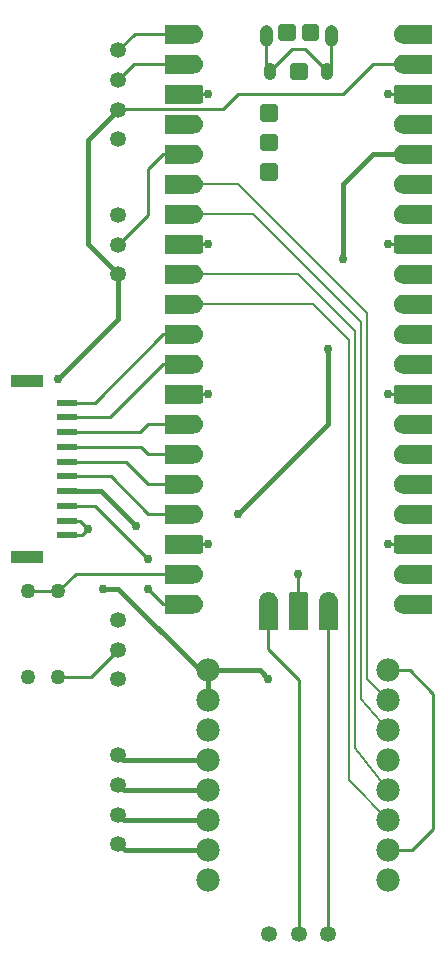
<source format=gbr>
G04 EAGLE Gerber RS-274X export*
G75*
%MOMM*%
%FSLAX34Y34*%
%LPD*%
%INTop Copper*%
%IPPOS*%
%AMOC8*
5,1,8,0,0,1.08239X$1,22.5*%
G01*
G04 Define Apertures*
%ADD10C,1.348000*%
%ADD11C,1.260000*%
%ADD12R,1.000000X1.000000*%
%ADD13C,0.600000*%
%ADD14C,1.100000*%
%ADD15C,1.050000*%
%ADD16C,1.980000*%
%ADD17R,1.701800X0.609600*%
%ADD18R,2.794000X1.092200*%
%ADD19C,0.254000*%
%ADD20C,0.406400*%
%ADD21C,0.756400*%
%ADD22C,0.152400*%
G36*
X-82369Y-84181D02*
X-82897Y-84250D01*
X-112950Y-84250D01*
X-112950Y-68150D01*
X-82897Y-68150D01*
X-82369Y-68219D01*
X-81875Y-68424D01*
X-81450Y-68750D01*
X-81124Y-69175D01*
X-80919Y-69669D01*
X-80850Y-70197D01*
X-80850Y-82203D01*
X-80919Y-82731D01*
X-81124Y-83225D01*
X-81450Y-83650D01*
X-81875Y-83976D01*
X-82369Y-84181D01*
G37*
G36*
X-82369Y-84181D02*
X-82897Y-84250D01*
X-112950Y-84250D01*
X-112950Y-68150D01*
X-82897Y-68150D01*
X-82369Y-68219D01*
X-81875Y-68424D01*
X-81450Y-68750D01*
X-81124Y-69175D01*
X-80919Y-69669D01*
X-80850Y-70197D01*
X-80850Y-82203D01*
X-80919Y-82731D01*
X-81124Y-83225D01*
X-81450Y-83650D01*
X-81875Y-83976D01*
X-82369Y-84181D01*
G37*
G36*
X-82369Y42819D02*
X-82897Y42750D01*
X-112950Y42750D01*
X-112950Y58850D01*
X-82897Y58850D01*
X-82369Y58781D01*
X-81875Y58576D01*
X-81450Y58250D01*
X-81124Y57825D01*
X-80919Y57331D01*
X-80850Y56803D01*
X-80850Y44797D01*
X-80919Y44269D01*
X-81124Y43775D01*
X-81450Y43350D01*
X-81875Y43024D01*
X-82369Y42819D01*
G37*
G36*
X-82369Y42819D02*
X-82897Y42750D01*
X-112950Y42750D01*
X-112950Y58850D01*
X-82897Y58850D01*
X-82369Y58781D01*
X-81875Y58576D01*
X-81450Y58250D01*
X-81124Y57825D01*
X-80919Y57331D01*
X-80850Y56803D01*
X-80850Y44797D01*
X-80919Y44269D01*
X-81124Y43775D01*
X-81450Y43350D01*
X-81875Y43024D01*
X-82369Y42819D01*
G37*
G36*
X-82369Y169819D02*
X-82897Y169750D01*
X-112950Y169750D01*
X-112950Y185850D01*
X-82897Y185850D01*
X-82369Y185781D01*
X-81875Y185576D01*
X-81450Y185250D01*
X-81124Y184825D01*
X-80919Y184331D01*
X-80850Y183803D01*
X-80850Y171797D01*
X-80919Y171269D01*
X-81124Y170775D01*
X-81450Y170350D01*
X-81875Y170024D01*
X-82369Y169819D01*
G37*
G36*
X-82369Y169819D02*
X-82897Y169750D01*
X-112950Y169750D01*
X-112950Y185850D01*
X-82897Y185850D01*
X-82369Y185781D01*
X-81875Y185576D01*
X-81450Y185250D01*
X-81124Y184825D01*
X-80919Y184331D01*
X-80850Y183803D01*
X-80850Y171797D01*
X-80919Y171269D01*
X-81124Y170775D01*
X-81450Y170350D01*
X-81875Y170024D01*
X-82369Y169819D01*
G37*
G36*
X-82369Y296819D02*
X-82897Y296750D01*
X-112950Y296750D01*
X-112950Y312850D01*
X-82897Y312850D01*
X-82369Y312781D01*
X-81875Y312576D01*
X-81450Y312250D01*
X-81124Y311825D01*
X-80919Y311331D01*
X-80850Y310803D01*
X-80850Y298797D01*
X-80919Y298269D01*
X-81124Y297775D01*
X-81450Y297350D01*
X-81875Y297024D01*
X-82369Y296819D01*
G37*
G36*
X-82369Y296819D02*
X-82897Y296750D01*
X-112950Y296750D01*
X-112950Y312850D01*
X-82897Y312850D01*
X-82369Y312781D01*
X-81875Y312576D01*
X-81450Y312250D01*
X-81124Y311825D01*
X-80919Y311331D01*
X-80850Y310803D01*
X-80850Y298797D01*
X-80919Y298269D01*
X-81124Y297775D01*
X-81450Y297350D01*
X-81875Y297024D01*
X-82369Y296819D01*
G37*
G36*
X8050Y-118697D02*
X8050Y-148750D01*
X-8050Y-148750D01*
X-8050Y-118697D01*
X-7981Y-118169D01*
X-7776Y-117675D01*
X-7450Y-117250D01*
X-7025Y-116924D01*
X-6531Y-116719D01*
X-6003Y-116650D01*
X6003Y-116650D01*
X6531Y-116719D01*
X7025Y-116924D01*
X7450Y-117250D01*
X7776Y-117675D01*
X7981Y-118169D01*
X8050Y-118697D01*
G37*
G36*
X8050Y-118697D02*
X8050Y-148750D01*
X-8050Y-148750D01*
X-8050Y-118697D01*
X-7981Y-118169D01*
X-7776Y-117675D01*
X-7450Y-117250D01*
X-7025Y-116924D01*
X-6531Y-116719D01*
X-6003Y-116650D01*
X6003Y-116650D01*
X6531Y-116719D01*
X7025Y-116924D01*
X7450Y-117250D01*
X7776Y-117675D01*
X7981Y-118169D01*
X8050Y-118697D01*
G37*
G36*
X112950Y-68150D02*
X112950Y-84250D01*
X82897Y-84250D01*
X82369Y-84181D01*
X81875Y-83976D01*
X81450Y-83650D01*
X81124Y-83225D01*
X80919Y-82731D01*
X80850Y-82203D01*
X80850Y-70197D01*
X80919Y-69669D01*
X81124Y-69175D01*
X81450Y-68750D01*
X81875Y-68424D01*
X82369Y-68219D01*
X82897Y-68150D01*
X112950Y-68150D01*
G37*
G36*
X112950Y-68150D02*
X112950Y-84250D01*
X82897Y-84250D01*
X82369Y-84181D01*
X81875Y-83976D01*
X81450Y-83650D01*
X81124Y-83225D01*
X80919Y-82731D01*
X80850Y-82203D01*
X80850Y-70197D01*
X80919Y-69669D01*
X81124Y-69175D01*
X81450Y-68750D01*
X81875Y-68424D01*
X82369Y-68219D01*
X82897Y-68150D01*
X112950Y-68150D01*
G37*
G36*
X112950Y58850D02*
X112950Y42750D01*
X82897Y42750D01*
X82369Y42819D01*
X81875Y43024D01*
X81450Y43350D01*
X81124Y43775D01*
X80919Y44269D01*
X80850Y44797D01*
X80850Y56803D01*
X80919Y57331D01*
X81124Y57825D01*
X81450Y58250D01*
X81875Y58576D01*
X82369Y58781D01*
X82897Y58850D01*
X112950Y58850D01*
G37*
G36*
X112950Y58850D02*
X112950Y42750D01*
X82897Y42750D01*
X82369Y42819D01*
X81875Y43024D01*
X81450Y43350D01*
X81124Y43775D01*
X80919Y44269D01*
X80850Y44797D01*
X80850Y56803D01*
X80919Y57331D01*
X81124Y57825D01*
X81450Y58250D01*
X81875Y58576D01*
X82369Y58781D01*
X82897Y58850D01*
X112950Y58850D01*
G37*
G36*
X112950Y185850D02*
X112950Y169750D01*
X82897Y169750D01*
X82369Y169819D01*
X81875Y170024D01*
X81450Y170350D01*
X81124Y170775D01*
X80919Y171269D01*
X80850Y171797D01*
X80850Y183803D01*
X80919Y184331D01*
X81124Y184825D01*
X81450Y185250D01*
X81875Y185576D01*
X82369Y185781D01*
X82897Y185850D01*
X112950Y185850D01*
G37*
G36*
X112950Y185850D02*
X112950Y169750D01*
X82897Y169750D01*
X82369Y169819D01*
X81875Y170024D01*
X81450Y170350D01*
X81124Y170775D01*
X80919Y171269D01*
X80850Y171797D01*
X80850Y183803D01*
X80919Y184331D01*
X81124Y184825D01*
X81450Y185250D01*
X81875Y185576D01*
X82369Y185781D01*
X82897Y185850D01*
X112950Y185850D01*
G37*
G36*
X112950Y312850D02*
X112950Y296750D01*
X82897Y296750D01*
X82369Y296819D01*
X81875Y297024D01*
X81450Y297350D01*
X81124Y297775D01*
X80919Y298269D01*
X80850Y298797D01*
X80850Y310803D01*
X80919Y311331D01*
X81124Y311825D01*
X81450Y312250D01*
X81875Y312576D01*
X82369Y312781D01*
X82897Y312850D01*
X112950Y312850D01*
G37*
G36*
X112950Y312850D02*
X112950Y296750D01*
X82897Y296750D01*
X82369Y296819D01*
X81875Y297024D01*
X81450Y297350D01*
X81124Y297775D01*
X80919Y298269D01*
X80850Y298797D01*
X80850Y310803D01*
X80919Y311331D01*
X81124Y311825D01*
X81450Y312250D01*
X81875Y312576D01*
X82369Y312781D01*
X82897Y312850D01*
X112950Y312850D01*
G37*
G36*
X-87329Y-134896D02*
X-88898Y-135050D01*
X-112950Y-135050D01*
X-112950Y-118950D01*
X-88898Y-118950D01*
X-87329Y-119104D01*
X-85819Y-119563D01*
X-84428Y-120306D01*
X-83208Y-121308D01*
X-82206Y-122528D01*
X-81463Y-123919D01*
X-81004Y-125429D01*
X-80850Y-127000D01*
X-81004Y-128571D01*
X-81463Y-130081D01*
X-82206Y-131472D01*
X-83208Y-132692D01*
X-84428Y-133694D01*
X-85819Y-134437D01*
X-87329Y-134896D01*
G37*
G36*
X-87329Y-134896D02*
X-88898Y-135050D01*
X-112950Y-135050D01*
X-112950Y-118950D01*
X-88898Y-118950D01*
X-87329Y-119104D01*
X-85819Y-119563D01*
X-84428Y-120306D01*
X-83208Y-121308D01*
X-82206Y-122528D01*
X-81463Y-123919D01*
X-81004Y-125429D01*
X-80850Y-127000D01*
X-81004Y-128571D01*
X-81463Y-130081D01*
X-82206Y-131472D01*
X-83208Y-132692D01*
X-84428Y-133694D01*
X-85819Y-134437D01*
X-87329Y-134896D01*
G37*
G36*
X-87329Y-109496D02*
X-88898Y-109650D01*
X-112950Y-109650D01*
X-112950Y-93550D01*
X-88898Y-93550D01*
X-87329Y-93704D01*
X-85819Y-94163D01*
X-84428Y-94906D01*
X-83208Y-95908D01*
X-82206Y-97128D01*
X-81463Y-98519D01*
X-81004Y-100029D01*
X-80850Y-101600D01*
X-81004Y-103171D01*
X-81463Y-104681D01*
X-82206Y-106072D01*
X-83208Y-107292D01*
X-84428Y-108294D01*
X-85819Y-109037D01*
X-87329Y-109496D01*
G37*
G36*
X-87329Y-109496D02*
X-88898Y-109650D01*
X-112950Y-109650D01*
X-112950Y-93550D01*
X-88898Y-93550D01*
X-87329Y-93704D01*
X-85819Y-94163D01*
X-84428Y-94906D01*
X-83208Y-95908D01*
X-82206Y-97128D01*
X-81463Y-98519D01*
X-81004Y-100029D01*
X-80850Y-101600D01*
X-81004Y-103171D01*
X-81463Y-104681D01*
X-82206Y-106072D01*
X-83208Y-107292D01*
X-84428Y-108294D01*
X-85819Y-109037D01*
X-87329Y-109496D01*
G37*
G36*
X-87329Y-58696D02*
X-88898Y-58850D01*
X-112950Y-58850D01*
X-112950Y-42750D01*
X-88898Y-42750D01*
X-87329Y-42904D01*
X-85819Y-43363D01*
X-84428Y-44106D01*
X-83208Y-45108D01*
X-82206Y-46328D01*
X-81463Y-47719D01*
X-81004Y-49229D01*
X-80850Y-50800D01*
X-81004Y-52371D01*
X-81463Y-53881D01*
X-82206Y-55272D01*
X-83208Y-56492D01*
X-84428Y-57494D01*
X-85819Y-58237D01*
X-87329Y-58696D01*
G37*
G36*
X-87329Y-58696D02*
X-88898Y-58850D01*
X-112950Y-58850D01*
X-112950Y-42750D01*
X-88898Y-42750D01*
X-87329Y-42904D01*
X-85819Y-43363D01*
X-84428Y-44106D01*
X-83208Y-45108D01*
X-82206Y-46328D01*
X-81463Y-47719D01*
X-81004Y-49229D01*
X-80850Y-50800D01*
X-81004Y-52371D01*
X-81463Y-53881D01*
X-82206Y-55272D01*
X-83208Y-56492D01*
X-84428Y-57494D01*
X-85819Y-58237D01*
X-87329Y-58696D01*
G37*
G36*
X-87329Y-33296D02*
X-88898Y-33450D01*
X-112950Y-33450D01*
X-112950Y-17350D01*
X-88898Y-17350D01*
X-87329Y-17504D01*
X-85819Y-17963D01*
X-84428Y-18706D01*
X-83208Y-19708D01*
X-82206Y-20928D01*
X-81463Y-22319D01*
X-81004Y-23829D01*
X-80850Y-25400D01*
X-81004Y-26971D01*
X-81463Y-28481D01*
X-82206Y-29872D01*
X-83208Y-31092D01*
X-84428Y-32094D01*
X-85819Y-32837D01*
X-87329Y-33296D01*
G37*
G36*
X-87329Y-33296D02*
X-88898Y-33450D01*
X-112950Y-33450D01*
X-112950Y-17350D01*
X-88898Y-17350D01*
X-87329Y-17504D01*
X-85819Y-17963D01*
X-84428Y-18706D01*
X-83208Y-19708D01*
X-82206Y-20928D01*
X-81463Y-22319D01*
X-81004Y-23829D01*
X-80850Y-25400D01*
X-81004Y-26971D01*
X-81463Y-28481D01*
X-82206Y-29872D01*
X-83208Y-31092D01*
X-84428Y-32094D01*
X-85819Y-32837D01*
X-87329Y-33296D01*
G37*
G36*
X-87329Y-7896D02*
X-88898Y-8050D01*
X-112950Y-8050D01*
X-112950Y8050D01*
X-88898Y8050D01*
X-87329Y7896D01*
X-85819Y7437D01*
X-84428Y6694D01*
X-83208Y5692D01*
X-82206Y4472D01*
X-81463Y3081D01*
X-81004Y1571D01*
X-80850Y0D01*
X-81004Y-1571D01*
X-81463Y-3081D01*
X-82206Y-4472D01*
X-83208Y-5692D01*
X-84428Y-6694D01*
X-85819Y-7437D01*
X-87329Y-7896D01*
G37*
G36*
X-87329Y-7896D02*
X-88898Y-8050D01*
X-112950Y-8050D01*
X-112950Y8050D01*
X-88898Y8050D01*
X-87329Y7896D01*
X-85819Y7437D01*
X-84428Y6694D01*
X-83208Y5692D01*
X-82206Y4472D01*
X-81463Y3081D01*
X-81004Y1571D01*
X-80850Y0D01*
X-81004Y-1571D01*
X-81463Y-3081D01*
X-82206Y-4472D01*
X-83208Y-5692D01*
X-84428Y-6694D01*
X-85819Y-7437D01*
X-87329Y-7896D01*
G37*
G36*
X-87329Y17504D02*
X-88898Y17350D01*
X-112950Y17350D01*
X-112950Y33450D01*
X-88898Y33450D01*
X-87329Y33296D01*
X-85819Y32837D01*
X-84428Y32094D01*
X-83208Y31092D01*
X-82206Y29872D01*
X-81463Y28481D01*
X-81004Y26971D01*
X-80850Y25400D01*
X-81004Y23829D01*
X-81463Y22319D01*
X-82206Y20928D01*
X-83208Y19708D01*
X-84428Y18706D01*
X-85819Y17963D01*
X-87329Y17504D01*
G37*
G36*
X-87329Y17504D02*
X-88898Y17350D01*
X-112950Y17350D01*
X-112950Y33450D01*
X-88898Y33450D01*
X-87329Y33296D01*
X-85819Y32837D01*
X-84428Y32094D01*
X-83208Y31092D01*
X-82206Y29872D01*
X-81463Y28481D01*
X-81004Y26971D01*
X-80850Y25400D01*
X-81004Y23829D01*
X-81463Y22319D01*
X-82206Y20928D01*
X-83208Y19708D01*
X-84428Y18706D01*
X-85819Y17963D01*
X-87329Y17504D01*
G37*
G36*
X-87329Y68304D02*
X-88898Y68150D01*
X-112950Y68150D01*
X-112950Y84250D01*
X-88898Y84250D01*
X-87329Y84096D01*
X-85819Y83637D01*
X-84428Y82894D01*
X-83208Y81892D01*
X-82206Y80672D01*
X-81463Y79281D01*
X-81004Y77771D01*
X-80850Y76200D01*
X-81004Y74629D01*
X-81463Y73119D01*
X-82206Y71728D01*
X-83208Y70508D01*
X-84428Y69506D01*
X-85819Y68763D01*
X-87329Y68304D01*
G37*
G36*
X-87329Y68304D02*
X-88898Y68150D01*
X-112950Y68150D01*
X-112950Y84250D01*
X-88898Y84250D01*
X-87329Y84096D01*
X-85819Y83637D01*
X-84428Y82894D01*
X-83208Y81892D01*
X-82206Y80672D01*
X-81463Y79281D01*
X-81004Y77771D01*
X-80850Y76200D01*
X-81004Y74629D01*
X-81463Y73119D01*
X-82206Y71728D01*
X-83208Y70508D01*
X-84428Y69506D01*
X-85819Y68763D01*
X-87329Y68304D01*
G37*
G36*
X-87329Y93704D02*
X-88898Y93550D01*
X-112950Y93550D01*
X-112950Y109650D01*
X-88898Y109650D01*
X-87329Y109496D01*
X-85819Y109037D01*
X-84428Y108294D01*
X-83208Y107292D01*
X-82206Y106072D01*
X-81463Y104681D01*
X-81004Y103171D01*
X-80850Y101600D01*
X-81004Y100029D01*
X-81463Y98519D01*
X-82206Y97128D01*
X-83208Y95908D01*
X-84428Y94906D01*
X-85819Y94163D01*
X-87329Y93704D01*
G37*
G36*
X-87329Y93704D02*
X-88898Y93550D01*
X-112950Y93550D01*
X-112950Y109650D01*
X-88898Y109650D01*
X-87329Y109496D01*
X-85819Y109037D01*
X-84428Y108294D01*
X-83208Y107292D01*
X-82206Y106072D01*
X-81463Y104681D01*
X-81004Y103171D01*
X-80850Y101600D01*
X-81004Y100029D01*
X-81463Y98519D01*
X-82206Y97128D01*
X-83208Y95908D01*
X-84428Y94906D01*
X-85819Y94163D01*
X-87329Y93704D01*
G37*
G36*
X-87329Y119104D02*
X-88898Y118950D01*
X-112950Y118950D01*
X-112950Y135050D01*
X-88898Y135050D01*
X-87329Y134896D01*
X-85819Y134437D01*
X-84428Y133694D01*
X-83208Y132692D01*
X-82206Y131472D01*
X-81463Y130081D01*
X-81004Y128571D01*
X-80850Y127000D01*
X-81004Y125429D01*
X-81463Y123919D01*
X-82206Y122528D01*
X-83208Y121308D01*
X-84428Y120306D01*
X-85819Y119563D01*
X-87329Y119104D01*
G37*
G36*
X-87329Y119104D02*
X-88898Y118950D01*
X-112950Y118950D01*
X-112950Y135050D01*
X-88898Y135050D01*
X-87329Y134896D01*
X-85819Y134437D01*
X-84428Y133694D01*
X-83208Y132692D01*
X-82206Y131472D01*
X-81463Y130081D01*
X-81004Y128571D01*
X-80850Y127000D01*
X-81004Y125429D01*
X-81463Y123919D01*
X-82206Y122528D01*
X-83208Y121308D01*
X-84428Y120306D01*
X-85819Y119563D01*
X-87329Y119104D01*
G37*
G36*
X-87329Y144504D02*
X-88898Y144350D01*
X-112950Y144350D01*
X-112950Y160450D01*
X-88898Y160450D01*
X-87329Y160296D01*
X-85819Y159837D01*
X-84428Y159094D01*
X-83208Y158092D01*
X-82206Y156872D01*
X-81463Y155481D01*
X-81004Y153971D01*
X-80850Y152400D01*
X-81004Y150829D01*
X-81463Y149319D01*
X-82206Y147928D01*
X-83208Y146708D01*
X-84428Y145706D01*
X-85819Y144963D01*
X-87329Y144504D01*
G37*
G36*
X-87329Y144504D02*
X-88898Y144350D01*
X-112950Y144350D01*
X-112950Y160450D01*
X-88898Y160450D01*
X-87329Y160296D01*
X-85819Y159837D01*
X-84428Y159094D01*
X-83208Y158092D01*
X-82206Y156872D01*
X-81463Y155481D01*
X-81004Y153971D01*
X-80850Y152400D01*
X-81004Y150829D01*
X-81463Y149319D01*
X-82206Y147928D01*
X-83208Y146708D01*
X-84428Y145706D01*
X-85819Y144963D01*
X-87329Y144504D01*
G37*
G36*
X-87329Y195304D02*
X-88898Y195150D01*
X-112950Y195150D01*
X-112950Y211250D01*
X-88898Y211250D01*
X-87329Y211096D01*
X-85819Y210637D01*
X-84428Y209894D01*
X-83208Y208892D01*
X-82206Y207672D01*
X-81463Y206281D01*
X-81004Y204771D01*
X-80850Y203200D01*
X-81004Y201629D01*
X-81463Y200119D01*
X-82206Y198728D01*
X-83208Y197508D01*
X-84428Y196506D01*
X-85819Y195763D01*
X-87329Y195304D01*
G37*
G36*
X-87329Y195304D02*
X-88898Y195150D01*
X-112950Y195150D01*
X-112950Y211250D01*
X-88898Y211250D01*
X-87329Y211096D01*
X-85819Y210637D01*
X-84428Y209894D01*
X-83208Y208892D01*
X-82206Y207672D01*
X-81463Y206281D01*
X-81004Y204771D01*
X-80850Y203200D01*
X-81004Y201629D01*
X-81463Y200119D01*
X-82206Y198728D01*
X-83208Y197508D01*
X-84428Y196506D01*
X-85819Y195763D01*
X-87329Y195304D01*
G37*
G36*
X-87329Y220704D02*
X-88898Y220550D01*
X-112950Y220550D01*
X-112950Y236650D01*
X-88898Y236650D01*
X-87329Y236496D01*
X-85819Y236037D01*
X-84428Y235294D01*
X-83208Y234292D01*
X-82206Y233072D01*
X-81463Y231681D01*
X-81004Y230171D01*
X-80850Y228600D01*
X-81004Y227029D01*
X-81463Y225519D01*
X-82206Y224128D01*
X-83208Y222908D01*
X-84428Y221906D01*
X-85819Y221163D01*
X-87329Y220704D01*
G37*
G36*
X-87329Y220704D02*
X-88898Y220550D01*
X-112950Y220550D01*
X-112950Y236650D01*
X-88898Y236650D01*
X-87329Y236496D01*
X-85819Y236037D01*
X-84428Y235294D01*
X-83208Y234292D01*
X-82206Y233072D01*
X-81463Y231681D01*
X-81004Y230171D01*
X-80850Y228600D01*
X-81004Y227029D01*
X-81463Y225519D01*
X-82206Y224128D01*
X-83208Y222908D01*
X-84428Y221906D01*
X-85819Y221163D01*
X-87329Y220704D01*
G37*
G36*
X-87329Y246104D02*
X-88898Y245950D01*
X-112950Y245950D01*
X-112950Y262050D01*
X-88898Y262050D01*
X-87329Y261896D01*
X-85819Y261437D01*
X-84428Y260694D01*
X-83208Y259692D01*
X-82206Y258472D01*
X-81463Y257081D01*
X-81004Y255571D01*
X-80850Y254000D01*
X-81004Y252429D01*
X-81463Y250919D01*
X-82206Y249528D01*
X-83208Y248308D01*
X-84428Y247306D01*
X-85819Y246563D01*
X-87329Y246104D01*
G37*
G36*
X-87329Y246104D02*
X-88898Y245950D01*
X-112950Y245950D01*
X-112950Y262050D01*
X-88898Y262050D01*
X-87329Y261896D01*
X-85819Y261437D01*
X-84428Y260694D01*
X-83208Y259692D01*
X-82206Y258472D01*
X-81463Y257081D01*
X-81004Y255571D01*
X-80850Y254000D01*
X-81004Y252429D01*
X-81463Y250919D01*
X-82206Y249528D01*
X-83208Y248308D01*
X-84428Y247306D01*
X-85819Y246563D01*
X-87329Y246104D01*
G37*
G36*
X-87329Y271504D02*
X-88898Y271350D01*
X-112950Y271350D01*
X-112950Y287450D01*
X-88898Y287450D01*
X-87329Y287296D01*
X-85819Y286837D01*
X-84428Y286094D01*
X-83208Y285092D01*
X-82206Y283872D01*
X-81463Y282481D01*
X-81004Y280971D01*
X-80850Y279400D01*
X-81004Y277829D01*
X-81463Y276319D01*
X-82206Y274928D01*
X-83208Y273708D01*
X-84428Y272706D01*
X-85819Y271963D01*
X-87329Y271504D01*
G37*
G36*
X-87329Y271504D02*
X-88898Y271350D01*
X-112950Y271350D01*
X-112950Y287450D01*
X-88898Y287450D01*
X-87329Y287296D01*
X-85819Y286837D01*
X-84428Y286094D01*
X-83208Y285092D01*
X-82206Y283872D01*
X-81463Y282481D01*
X-81004Y280971D01*
X-80850Y279400D01*
X-81004Y277829D01*
X-81463Y276319D01*
X-82206Y274928D01*
X-83208Y273708D01*
X-84428Y272706D01*
X-85819Y271963D01*
X-87329Y271504D01*
G37*
G36*
X-87329Y322304D02*
X-88898Y322150D01*
X-112950Y322150D01*
X-112950Y338250D01*
X-88898Y338250D01*
X-87329Y338096D01*
X-85819Y337637D01*
X-84428Y336894D01*
X-83208Y335892D01*
X-82206Y334672D01*
X-81463Y333281D01*
X-81004Y331771D01*
X-80850Y330200D01*
X-81004Y328629D01*
X-81463Y327119D01*
X-82206Y325728D01*
X-83208Y324508D01*
X-84428Y323506D01*
X-85819Y322763D01*
X-87329Y322304D01*
G37*
G36*
X-87329Y322304D02*
X-88898Y322150D01*
X-112950Y322150D01*
X-112950Y338250D01*
X-88898Y338250D01*
X-87329Y338096D01*
X-85819Y337637D01*
X-84428Y336894D01*
X-83208Y335892D01*
X-82206Y334672D01*
X-81463Y333281D01*
X-81004Y331771D01*
X-80850Y330200D01*
X-81004Y328629D01*
X-81463Y327119D01*
X-82206Y325728D01*
X-83208Y324508D01*
X-84428Y323506D01*
X-85819Y322763D01*
X-87329Y322304D01*
G37*
G36*
X-87329Y347704D02*
X-88898Y347550D01*
X-112950Y347550D01*
X-112950Y363650D01*
X-88898Y363650D01*
X-87329Y363496D01*
X-85819Y363037D01*
X-84428Y362294D01*
X-83208Y361292D01*
X-82206Y360072D01*
X-81463Y358681D01*
X-81004Y357171D01*
X-80850Y355600D01*
X-81004Y354029D01*
X-81463Y352519D01*
X-82206Y351128D01*
X-83208Y349908D01*
X-84428Y348906D01*
X-85819Y348163D01*
X-87329Y347704D01*
G37*
G36*
X-87329Y347704D02*
X-88898Y347550D01*
X-112950Y347550D01*
X-112950Y363650D01*
X-88898Y363650D01*
X-87329Y363496D01*
X-85819Y363037D01*
X-84428Y362294D01*
X-83208Y361292D01*
X-82206Y360072D01*
X-81463Y358681D01*
X-81004Y357171D01*
X-80850Y355600D01*
X-81004Y354029D01*
X-81463Y352519D01*
X-82206Y351128D01*
X-83208Y349908D01*
X-84428Y348906D01*
X-85819Y348163D01*
X-87329Y347704D01*
G37*
G36*
X-17350Y-124698D02*
X-17350Y-148750D01*
X-33450Y-148750D01*
X-33450Y-124698D01*
X-33296Y-123129D01*
X-32837Y-121619D01*
X-32094Y-120228D01*
X-31092Y-119008D01*
X-29872Y-118006D01*
X-28481Y-117263D01*
X-26971Y-116804D01*
X-25400Y-116650D01*
X-23829Y-116804D01*
X-22319Y-117263D01*
X-20928Y-118006D01*
X-19708Y-119008D01*
X-18706Y-120228D01*
X-17963Y-121619D01*
X-17504Y-123129D01*
X-17350Y-124698D01*
G37*
G36*
X-17350Y-124698D02*
X-17350Y-148750D01*
X-33450Y-148750D01*
X-33450Y-124698D01*
X-33296Y-123129D01*
X-32837Y-121619D01*
X-32094Y-120228D01*
X-31092Y-119008D01*
X-29872Y-118006D01*
X-28481Y-117263D01*
X-26971Y-116804D01*
X-25400Y-116650D01*
X-23829Y-116804D01*
X-22319Y-117263D01*
X-20928Y-118006D01*
X-19708Y-119008D01*
X-18706Y-120228D01*
X-17963Y-121619D01*
X-17504Y-123129D01*
X-17350Y-124698D01*
G37*
G36*
X33450Y-124698D02*
X33450Y-148750D01*
X17350Y-148750D01*
X17350Y-124698D01*
X17504Y-123129D01*
X17963Y-121619D01*
X18706Y-120228D01*
X19708Y-119008D01*
X20928Y-118006D01*
X22319Y-117263D01*
X23829Y-116804D01*
X25400Y-116650D01*
X26971Y-116804D01*
X28481Y-117263D01*
X29872Y-118006D01*
X31092Y-119008D01*
X32094Y-120228D01*
X32837Y-121619D01*
X33296Y-123129D01*
X33450Y-124698D01*
G37*
G36*
X33450Y-124698D02*
X33450Y-148750D01*
X17350Y-148750D01*
X17350Y-124698D01*
X17504Y-123129D01*
X17963Y-121619D01*
X18706Y-120228D01*
X19708Y-119008D01*
X20928Y-118006D01*
X22319Y-117263D01*
X23829Y-116804D01*
X25400Y-116650D01*
X26971Y-116804D01*
X28481Y-117263D01*
X29872Y-118006D01*
X31092Y-119008D01*
X32094Y-120228D01*
X32837Y-121619D01*
X33296Y-123129D01*
X33450Y-124698D01*
G37*
G36*
X112950Y-118950D02*
X112950Y-135050D01*
X88898Y-135050D01*
X87329Y-134896D01*
X85819Y-134437D01*
X84428Y-133694D01*
X83208Y-132692D01*
X82206Y-131472D01*
X81463Y-130081D01*
X81004Y-128571D01*
X80850Y-127000D01*
X81004Y-125429D01*
X81463Y-123919D01*
X82206Y-122528D01*
X83208Y-121308D01*
X84428Y-120306D01*
X85819Y-119563D01*
X87329Y-119104D01*
X88898Y-118950D01*
X112950Y-118950D01*
G37*
G36*
X112950Y-118950D02*
X112950Y-135050D01*
X88898Y-135050D01*
X87329Y-134896D01*
X85819Y-134437D01*
X84428Y-133694D01*
X83208Y-132692D01*
X82206Y-131472D01*
X81463Y-130081D01*
X81004Y-128571D01*
X80850Y-127000D01*
X81004Y-125429D01*
X81463Y-123919D01*
X82206Y-122528D01*
X83208Y-121308D01*
X84428Y-120306D01*
X85819Y-119563D01*
X87329Y-119104D01*
X88898Y-118950D01*
X112950Y-118950D01*
G37*
G36*
X112950Y-93550D02*
X112950Y-109650D01*
X88898Y-109650D01*
X87329Y-109496D01*
X85819Y-109037D01*
X84428Y-108294D01*
X83208Y-107292D01*
X82206Y-106072D01*
X81463Y-104681D01*
X81004Y-103171D01*
X80850Y-101600D01*
X81004Y-100029D01*
X81463Y-98519D01*
X82206Y-97128D01*
X83208Y-95908D01*
X84428Y-94906D01*
X85819Y-94163D01*
X87329Y-93704D01*
X88898Y-93550D01*
X112950Y-93550D01*
G37*
G36*
X112950Y-93550D02*
X112950Y-109650D01*
X88898Y-109650D01*
X87329Y-109496D01*
X85819Y-109037D01*
X84428Y-108294D01*
X83208Y-107292D01*
X82206Y-106072D01*
X81463Y-104681D01*
X81004Y-103171D01*
X80850Y-101600D01*
X81004Y-100029D01*
X81463Y-98519D01*
X82206Y-97128D01*
X83208Y-95908D01*
X84428Y-94906D01*
X85819Y-94163D01*
X87329Y-93704D01*
X88898Y-93550D01*
X112950Y-93550D01*
G37*
G36*
X112950Y-42750D02*
X112950Y-58850D01*
X88898Y-58850D01*
X87329Y-58696D01*
X85819Y-58237D01*
X84428Y-57494D01*
X83208Y-56492D01*
X82206Y-55272D01*
X81463Y-53881D01*
X81004Y-52371D01*
X80850Y-50800D01*
X81004Y-49229D01*
X81463Y-47719D01*
X82206Y-46328D01*
X83208Y-45108D01*
X84428Y-44106D01*
X85819Y-43363D01*
X87329Y-42904D01*
X88898Y-42750D01*
X112950Y-42750D01*
G37*
G36*
X112950Y-42750D02*
X112950Y-58850D01*
X88898Y-58850D01*
X87329Y-58696D01*
X85819Y-58237D01*
X84428Y-57494D01*
X83208Y-56492D01*
X82206Y-55272D01*
X81463Y-53881D01*
X81004Y-52371D01*
X80850Y-50800D01*
X81004Y-49229D01*
X81463Y-47719D01*
X82206Y-46328D01*
X83208Y-45108D01*
X84428Y-44106D01*
X85819Y-43363D01*
X87329Y-42904D01*
X88898Y-42750D01*
X112950Y-42750D01*
G37*
G36*
X112950Y-17350D02*
X112950Y-33450D01*
X88898Y-33450D01*
X87329Y-33296D01*
X85819Y-32837D01*
X84428Y-32094D01*
X83208Y-31092D01*
X82206Y-29872D01*
X81463Y-28481D01*
X81004Y-26971D01*
X80850Y-25400D01*
X81004Y-23829D01*
X81463Y-22319D01*
X82206Y-20928D01*
X83208Y-19708D01*
X84428Y-18706D01*
X85819Y-17963D01*
X87329Y-17504D01*
X88898Y-17350D01*
X112950Y-17350D01*
G37*
G36*
X112950Y-17350D02*
X112950Y-33450D01*
X88898Y-33450D01*
X87329Y-33296D01*
X85819Y-32837D01*
X84428Y-32094D01*
X83208Y-31092D01*
X82206Y-29872D01*
X81463Y-28481D01*
X81004Y-26971D01*
X80850Y-25400D01*
X81004Y-23829D01*
X81463Y-22319D01*
X82206Y-20928D01*
X83208Y-19708D01*
X84428Y-18706D01*
X85819Y-17963D01*
X87329Y-17504D01*
X88898Y-17350D01*
X112950Y-17350D01*
G37*
G36*
X112950Y8050D02*
X112950Y-8050D01*
X88898Y-8050D01*
X87329Y-7896D01*
X85819Y-7437D01*
X84428Y-6694D01*
X83208Y-5692D01*
X82206Y-4472D01*
X81463Y-3081D01*
X81004Y-1571D01*
X80850Y0D01*
X81004Y1571D01*
X81463Y3081D01*
X82206Y4472D01*
X83208Y5692D01*
X84428Y6694D01*
X85819Y7437D01*
X87329Y7896D01*
X88898Y8050D01*
X112950Y8050D01*
G37*
G36*
X112950Y8050D02*
X112950Y-8050D01*
X88898Y-8050D01*
X87329Y-7896D01*
X85819Y-7437D01*
X84428Y-6694D01*
X83208Y-5692D01*
X82206Y-4472D01*
X81463Y-3081D01*
X81004Y-1571D01*
X80850Y0D01*
X81004Y1571D01*
X81463Y3081D01*
X82206Y4472D01*
X83208Y5692D01*
X84428Y6694D01*
X85819Y7437D01*
X87329Y7896D01*
X88898Y8050D01*
X112950Y8050D01*
G37*
G36*
X112950Y33450D02*
X112950Y17350D01*
X88898Y17350D01*
X87329Y17504D01*
X85819Y17963D01*
X84428Y18706D01*
X83208Y19708D01*
X82206Y20928D01*
X81463Y22319D01*
X81004Y23829D01*
X80850Y25400D01*
X81004Y26971D01*
X81463Y28481D01*
X82206Y29872D01*
X83208Y31092D01*
X84428Y32094D01*
X85819Y32837D01*
X87329Y33296D01*
X88898Y33450D01*
X112950Y33450D01*
G37*
G36*
X112950Y33450D02*
X112950Y17350D01*
X88898Y17350D01*
X87329Y17504D01*
X85819Y17963D01*
X84428Y18706D01*
X83208Y19708D01*
X82206Y20928D01*
X81463Y22319D01*
X81004Y23829D01*
X80850Y25400D01*
X81004Y26971D01*
X81463Y28481D01*
X82206Y29872D01*
X83208Y31092D01*
X84428Y32094D01*
X85819Y32837D01*
X87329Y33296D01*
X88898Y33450D01*
X112950Y33450D01*
G37*
G36*
X112950Y84250D02*
X112950Y68150D01*
X88898Y68150D01*
X87329Y68304D01*
X85819Y68763D01*
X84428Y69506D01*
X83208Y70508D01*
X82206Y71728D01*
X81463Y73119D01*
X81004Y74629D01*
X80850Y76200D01*
X81004Y77771D01*
X81463Y79281D01*
X82206Y80672D01*
X83208Y81892D01*
X84428Y82894D01*
X85819Y83637D01*
X87329Y84096D01*
X88898Y84250D01*
X112950Y84250D01*
G37*
G36*
X112950Y84250D02*
X112950Y68150D01*
X88898Y68150D01*
X87329Y68304D01*
X85819Y68763D01*
X84428Y69506D01*
X83208Y70508D01*
X82206Y71728D01*
X81463Y73119D01*
X81004Y74629D01*
X80850Y76200D01*
X81004Y77771D01*
X81463Y79281D01*
X82206Y80672D01*
X83208Y81892D01*
X84428Y82894D01*
X85819Y83637D01*
X87329Y84096D01*
X88898Y84250D01*
X112950Y84250D01*
G37*
G36*
X112950Y109650D02*
X112950Y93550D01*
X88898Y93550D01*
X87329Y93704D01*
X85819Y94163D01*
X84428Y94906D01*
X83208Y95908D01*
X82206Y97128D01*
X81463Y98519D01*
X81004Y100029D01*
X80850Y101600D01*
X81004Y103171D01*
X81463Y104681D01*
X82206Y106072D01*
X83208Y107292D01*
X84428Y108294D01*
X85819Y109037D01*
X87329Y109496D01*
X88898Y109650D01*
X112950Y109650D01*
G37*
G36*
X112950Y109650D02*
X112950Y93550D01*
X88898Y93550D01*
X87329Y93704D01*
X85819Y94163D01*
X84428Y94906D01*
X83208Y95908D01*
X82206Y97128D01*
X81463Y98519D01*
X81004Y100029D01*
X80850Y101600D01*
X81004Y103171D01*
X81463Y104681D01*
X82206Y106072D01*
X83208Y107292D01*
X84428Y108294D01*
X85819Y109037D01*
X87329Y109496D01*
X88898Y109650D01*
X112950Y109650D01*
G37*
G36*
X112950Y135050D02*
X112950Y118950D01*
X88898Y118950D01*
X87329Y119104D01*
X85819Y119563D01*
X84428Y120306D01*
X83208Y121308D01*
X82206Y122528D01*
X81463Y123919D01*
X81004Y125429D01*
X80850Y127000D01*
X81004Y128571D01*
X81463Y130081D01*
X82206Y131472D01*
X83208Y132692D01*
X84428Y133694D01*
X85819Y134437D01*
X87329Y134896D01*
X88898Y135050D01*
X112950Y135050D01*
G37*
G36*
X112950Y135050D02*
X112950Y118950D01*
X88898Y118950D01*
X87329Y119104D01*
X85819Y119563D01*
X84428Y120306D01*
X83208Y121308D01*
X82206Y122528D01*
X81463Y123919D01*
X81004Y125429D01*
X80850Y127000D01*
X81004Y128571D01*
X81463Y130081D01*
X82206Y131472D01*
X83208Y132692D01*
X84428Y133694D01*
X85819Y134437D01*
X87329Y134896D01*
X88898Y135050D01*
X112950Y135050D01*
G37*
G36*
X112950Y160450D02*
X112950Y144350D01*
X88898Y144350D01*
X87329Y144504D01*
X85819Y144963D01*
X84428Y145706D01*
X83208Y146708D01*
X82206Y147928D01*
X81463Y149319D01*
X81004Y150829D01*
X80850Y152400D01*
X81004Y153971D01*
X81463Y155481D01*
X82206Y156872D01*
X83208Y158092D01*
X84428Y159094D01*
X85819Y159837D01*
X87329Y160296D01*
X88898Y160450D01*
X112950Y160450D01*
G37*
G36*
X112950Y160450D02*
X112950Y144350D01*
X88898Y144350D01*
X87329Y144504D01*
X85819Y144963D01*
X84428Y145706D01*
X83208Y146708D01*
X82206Y147928D01*
X81463Y149319D01*
X81004Y150829D01*
X80850Y152400D01*
X81004Y153971D01*
X81463Y155481D01*
X82206Y156872D01*
X83208Y158092D01*
X84428Y159094D01*
X85819Y159837D01*
X87329Y160296D01*
X88898Y160450D01*
X112950Y160450D01*
G37*
G36*
X112950Y211250D02*
X112950Y195150D01*
X88898Y195150D01*
X87329Y195304D01*
X85819Y195763D01*
X84428Y196506D01*
X83208Y197508D01*
X82206Y198728D01*
X81463Y200119D01*
X81004Y201629D01*
X80850Y203200D01*
X81004Y204771D01*
X81463Y206281D01*
X82206Y207672D01*
X83208Y208892D01*
X84428Y209894D01*
X85819Y210637D01*
X87329Y211096D01*
X88898Y211250D01*
X112950Y211250D01*
G37*
G36*
X112950Y211250D02*
X112950Y195150D01*
X88898Y195150D01*
X87329Y195304D01*
X85819Y195763D01*
X84428Y196506D01*
X83208Y197508D01*
X82206Y198728D01*
X81463Y200119D01*
X81004Y201629D01*
X80850Y203200D01*
X81004Y204771D01*
X81463Y206281D01*
X82206Y207672D01*
X83208Y208892D01*
X84428Y209894D01*
X85819Y210637D01*
X87329Y211096D01*
X88898Y211250D01*
X112950Y211250D01*
G37*
G36*
X112950Y236650D02*
X112950Y220550D01*
X88898Y220550D01*
X87329Y220704D01*
X85819Y221163D01*
X84428Y221906D01*
X83208Y222908D01*
X82206Y224128D01*
X81463Y225519D01*
X81004Y227029D01*
X80850Y228600D01*
X81004Y230171D01*
X81463Y231681D01*
X82206Y233072D01*
X83208Y234292D01*
X84428Y235294D01*
X85819Y236037D01*
X87329Y236496D01*
X88898Y236650D01*
X112950Y236650D01*
G37*
G36*
X112950Y236650D02*
X112950Y220550D01*
X88898Y220550D01*
X87329Y220704D01*
X85819Y221163D01*
X84428Y221906D01*
X83208Y222908D01*
X82206Y224128D01*
X81463Y225519D01*
X81004Y227029D01*
X80850Y228600D01*
X81004Y230171D01*
X81463Y231681D01*
X82206Y233072D01*
X83208Y234292D01*
X84428Y235294D01*
X85819Y236037D01*
X87329Y236496D01*
X88898Y236650D01*
X112950Y236650D01*
G37*
G36*
X112950Y262050D02*
X112950Y245950D01*
X88898Y245950D01*
X87329Y246104D01*
X85819Y246563D01*
X84428Y247306D01*
X83208Y248308D01*
X82206Y249528D01*
X81463Y250919D01*
X81004Y252429D01*
X80850Y254000D01*
X81004Y255571D01*
X81463Y257081D01*
X82206Y258472D01*
X83208Y259692D01*
X84428Y260694D01*
X85819Y261437D01*
X87329Y261896D01*
X88898Y262050D01*
X112950Y262050D01*
G37*
G36*
X112950Y262050D02*
X112950Y245950D01*
X88898Y245950D01*
X87329Y246104D01*
X85819Y246563D01*
X84428Y247306D01*
X83208Y248308D01*
X82206Y249528D01*
X81463Y250919D01*
X81004Y252429D01*
X80850Y254000D01*
X81004Y255571D01*
X81463Y257081D01*
X82206Y258472D01*
X83208Y259692D01*
X84428Y260694D01*
X85819Y261437D01*
X87329Y261896D01*
X88898Y262050D01*
X112950Y262050D01*
G37*
G36*
X112950Y287450D02*
X112950Y271350D01*
X88898Y271350D01*
X87329Y271504D01*
X85819Y271963D01*
X84428Y272706D01*
X83208Y273708D01*
X82206Y274928D01*
X81463Y276319D01*
X81004Y277829D01*
X80850Y279400D01*
X81004Y280971D01*
X81463Y282481D01*
X82206Y283872D01*
X83208Y285092D01*
X84428Y286094D01*
X85819Y286837D01*
X87329Y287296D01*
X88898Y287450D01*
X112950Y287450D01*
G37*
G36*
X112950Y287450D02*
X112950Y271350D01*
X88898Y271350D01*
X87329Y271504D01*
X85819Y271963D01*
X84428Y272706D01*
X83208Y273708D01*
X82206Y274928D01*
X81463Y276319D01*
X81004Y277829D01*
X80850Y279400D01*
X81004Y280971D01*
X81463Y282481D01*
X82206Y283872D01*
X83208Y285092D01*
X84428Y286094D01*
X85819Y286837D01*
X87329Y287296D01*
X88898Y287450D01*
X112950Y287450D01*
G37*
G36*
X112950Y338250D02*
X112950Y322150D01*
X88898Y322150D01*
X87329Y322304D01*
X85819Y322763D01*
X84428Y323506D01*
X83208Y324508D01*
X82206Y325728D01*
X81463Y327119D01*
X81004Y328629D01*
X80850Y330200D01*
X81004Y331771D01*
X81463Y333281D01*
X82206Y334672D01*
X83208Y335892D01*
X84428Y336894D01*
X85819Y337637D01*
X87329Y338096D01*
X88898Y338250D01*
X112950Y338250D01*
G37*
G36*
X112950Y338250D02*
X112950Y322150D01*
X88898Y322150D01*
X87329Y322304D01*
X85819Y322763D01*
X84428Y323506D01*
X83208Y324508D01*
X82206Y325728D01*
X81463Y327119D01*
X81004Y328629D01*
X80850Y330200D01*
X81004Y331771D01*
X81463Y333281D01*
X82206Y334672D01*
X83208Y335892D01*
X84428Y336894D01*
X85819Y337637D01*
X87329Y338096D01*
X88898Y338250D01*
X112950Y338250D01*
G37*
G36*
X112950Y363650D02*
X112950Y347550D01*
X88898Y347550D01*
X87329Y347704D01*
X85819Y348163D01*
X84428Y348906D01*
X83208Y349908D01*
X82206Y351128D01*
X81463Y352519D01*
X81004Y354029D01*
X80850Y355600D01*
X81004Y357171D01*
X81463Y358681D01*
X82206Y360072D01*
X83208Y361292D01*
X84428Y362294D01*
X85819Y363037D01*
X87329Y363496D01*
X88898Y363650D01*
X112950Y363650D01*
G37*
G36*
X112950Y363650D02*
X112950Y347550D01*
X88898Y347550D01*
X87329Y347704D01*
X85819Y348163D01*
X84428Y348906D01*
X83208Y349908D01*
X82206Y351128D01*
X81463Y352519D01*
X81004Y354029D01*
X80850Y355600D01*
X81004Y357171D01*
X81463Y358681D01*
X82206Y360072D01*
X83208Y361292D01*
X84428Y362294D01*
X85819Y363037D01*
X87329Y363496D01*
X88898Y363650D01*
X112950Y363650D01*
G37*
D10*
X-152400Y-190500D03*
X-152400Y-165500D03*
X-152400Y-140500D03*
X-152400Y266700D03*
X-152400Y291700D03*
X-152400Y316700D03*
X-152400Y341700D03*
X-152400Y-330200D03*
X-152400Y-305200D03*
X-152400Y-280200D03*
X-152400Y-255200D03*
X25400Y-406400D03*
X400Y-406400D03*
X-24600Y-406400D03*
X-152400Y152400D03*
X-152400Y177400D03*
X-152400Y202400D03*
D11*
X-203200Y-188600D03*
X-203200Y-116200D03*
X-228600Y-188600D03*
X-228600Y-116200D03*
D12*
X-96900Y355600D03*
X96900Y355600D03*
X96900Y304800D03*
X-25400Y-132700D03*
X0Y-132700D03*
X-96900Y330200D03*
X-96900Y279400D03*
X-96900Y254000D03*
X-96900Y228600D03*
X-96900Y203200D03*
X-96900Y152400D03*
X-96900Y127000D03*
X-96900Y101600D03*
X-96900Y76200D03*
X-96900Y25400D03*
X-96900Y0D03*
X-96900Y-25400D03*
X-96900Y-50800D03*
X-96900Y-101600D03*
X-96900Y-127000D03*
X-96900Y304800D03*
X-96900Y177800D03*
X-96900Y50800D03*
X-96900Y-76200D03*
X96900Y330200D03*
X96900Y279400D03*
X96900Y254000D03*
X96900Y228600D03*
X96900Y203200D03*
X96900Y152400D03*
X96900Y127000D03*
X96900Y101600D03*
X96900Y76200D03*
X96900Y25400D03*
X96900Y0D03*
X96900Y-25400D03*
X96900Y-50800D03*
X96900Y-101600D03*
X96900Y-127000D03*
X96900Y177800D03*
X96900Y50800D03*
X96900Y-76200D03*
X25400Y-132700D03*
D13*
X-5500Y352800D02*
X-14500Y352800D01*
X-14500Y361800D01*
X-5500Y361800D01*
X-5500Y352800D01*
X-5500Y358500D02*
X-14500Y358500D01*
X5500Y352800D02*
X14500Y352800D01*
X5500Y352800D02*
X5500Y361800D01*
X14500Y361800D01*
X14500Y352800D01*
X14500Y358500D02*
X5500Y358500D01*
X4500Y319800D02*
X-4500Y319800D01*
X-4500Y328800D01*
X4500Y328800D01*
X4500Y319800D01*
X4500Y325500D02*
X-4500Y325500D01*
X-20500Y284800D02*
X-29500Y284800D01*
X-29500Y293800D01*
X-20500Y293800D01*
X-20500Y284800D01*
X-20500Y290500D02*
X-29500Y290500D01*
X-29500Y259800D02*
X-20500Y259800D01*
X-29500Y259800D02*
X-29500Y268800D01*
X-20500Y268800D01*
X-20500Y259800D01*
X-20500Y265500D02*
X-29500Y265500D01*
X-29500Y234800D02*
X-20500Y234800D01*
X-29500Y234800D02*
X-29500Y243800D01*
X-20500Y243800D01*
X-20500Y234800D01*
X-20500Y240500D02*
X-29500Y240500D01*
D14*
X-27250Y350800D02*
X-27250Y357800D01*
X27250Y357800D02*
X27250Y350800D01*
D15*
X-24250Y326000D02*
X-24250Y322000D01*
X24250Y322000D02*
X24250Y326000D01*
D16*
X-76200Y-360940D03*
X-76200Y-335540D03*
X-76200Y-310140D03*
X-76200Y-284740D03*
X-76200Y-259340D03*
X-76200Y-233940D03*
X-76200Y-208540D03*
X-76200Y-183140D03*
X76200Y-183140D03*
X76200Y-208540D03*
X76200Y-233940D03*
X76200Y-259340D03*
X76200Y-284740D03*
X76200Y-310140D03*
X76200Y-335540D03*
X76200Y-360940D03*
D17*
X-196135Y43550D03*
X-196135Y31050D03*
X-196135Y18550D03*
X-196135Y6050D03*
X-196135Y-6450D03*
X-196135Y-18950D03*
X-196135Y-31450D03*
X-196135Y-43950D03*
X-196135Y-56450D03*
X-196135Y-68950D03*
D18*
X-229635Y62050D03*
X-229635Y-87450D03*
D19*
X-27250Y327000D02*
X-27250Y354300D01*
X-27250Y327000D02*
X-24250Y324000D01*
X27250Y327000D02*
X27250Y354300D01*
X27250Y327000D02*
X24250Y324000D01*
X5350Y342900D01*
X-5350Y342900D01*
X-24250Y324000D01*
X76200Y-335540D02*
X96260Y-335540D01*
X114300Y-317500D01*
X114300Y-203200D01*
X94240Y-183140D01*
X76200Y-183140D01*
X63500Y330200D02*
X96900Y330200D01*
X63500Y330200D02*
X38100Y304800D01*
X-50800Y304800D01*
X-63500Y292100D01*
X-152000Y292100D01*
X-152400Y291700D01*
D20*
X-76200Y-183140D02*
X-32760Y-183140D01*
X-25400Y-190500D01*
D21*
X-25400Y-190500D03*
D20*
X-76200Y-183140D02*
X-76200Y-208540D01*
X-177800Y266300D02*
X-152400Y291700D01*
X-177800Y266300D02*
X-177800Y177800D01*
X-152400Y152400D01*
X-152400Y114300D01*
X-203200Y63500D01*
D21*
X-203200Y63500D03*
X-165100Y-114300D03*
D20*
X-152400Y-114300D01*
X-83560Y-183140D01*
X-76200Y-183140D01*
D19*
X-76200Y177800D02*
X-96900Y177800D01*
D21*
X-76200Y177800D03*
D19*
X76200Y177800D02*
X96900Y177800D01*
D21*
X76200Y177800D03*
D19*
X-76200Y50800D02*
X-96900Y50800D01*
D21*
X-76200Y50800D03*
D19*
X76200Y50800D02*
X96900Y50800D01*
D21*
X76200Y50800D03*
D19*
X76200Y-76200D02*
X96900Y-76200D01*
D21*
X76200Y-76200D03*
D19*
X-76200Y-76200D02*
X-96900Y-76200D01*
D21*
X-76200Y-76200D03*
D19*
X0Y-101600D02*
X0Y-132700D01*
D21*
X0Y-101600D03*
D19*
X-183250Y-68950D02*
X-196135Y-68950D01*
X-183250Y-68950D02*
X-177800Y-63500D01*
D21*
X-177800Y-63500D03*
D19*
X-184850Y-56450D02*
X-196135Y-56450D01*
X-184850Y-56450D02*
X-177800Y-63500D01*
X-96900Y304800D02*
X-76200Y304800D01*
D21*
X-76200Y304800D03*
D19*
X76200Y304800D02*
X96900Y304800D01*
D21*
X76200Y304800D03*
D19*
X-96900Y355600D02*
X-138500Y355600D01*
X-152400Y341700D01*
X-138900Y330200D02*
X-96900Y330200D01*
X-138900Y330200D02*
X-152400Y316700D01*
D22*
X53340Y-207270D02*
X76200Y-233940D01*
X53340Y-207270D02*
X53340Y111760D01*
X-38100Y203200D01*
X-96900Y203200D01*
X58420Y-190760D02*
X76200Y-208540D01*
X58420Y-190760D02*
X58420Y119380D01*
X-50800Y228600D01*
X-96900Y228600D01*
D19*
X-175500Y-188600D02*
X-203200Y-188600D01*
X-175500Y-188600D02*
X-152400Y-165500D01*
X-203200Y-116200D02*
X-228600Y-116200D01*
X-203200Y-116200D02*
X-188600Y-101600D01*
X-96900Y-101600D01*
X-172350Y43550D02*
X-196135Y43550D01*
X-172350Y43550D02*
X-114300Y101600D01*
X-96900Y101600D01*
X-159450Y31050D02*
X-196135Y31050D01*
X-159450Y31050D02*
X-114300Y76200D01*
X-96900Y76200D01*
X-133850Y18550D02*
X-196135Y18550D01*
X-133850Y18550D02*
X-127000Y25400D01*
X-96900Y25400D01*
X-133050Y6050D02*
X-196135Y6050D01*
X-133050Y6050D02*
X-127000Y0D01*
X-96900Y0D01*
X-145950Y-6450D02*
X-196135Y-6450D01*
X-145950Y-6450D02*
X-127000Y-25400D01*
X-96900Y-25400D01*
X-158850Y-18950D02*
X-196135Y-18950D01*
X-158850Y-18950D02*
X-127000Y-50800D01*
X-96900Y-50800D01*
D20*
X-50800Y-50800D02*
X25400Y25400D01*
X25400Y88900D01*
D21*
X25400Y88900D03*
X38100Y165100D03*
D20*
X38100Y228600D01*
X63500Y254000D01*
X96900Y254000D01*
X-166670Y-31450D02*
X-196135Y-31450D01*
X-166670Y-31450D02*
X-137160Y-60960D01*
D21*
X-137160Y-60960D03*
X-50800Y-50800D03*
D19*
X-171950Y-43950D02*
X-196135Y-43950D01*
X-171950Y-43950D02*
X-127000Y-88900D01*
D21*
X-127000Y-88900D03*
X-127000Y-114300D03*
D19*
X-114300Y-127000D01*
X-96900Y-127000D01*
D20*
X-76200Y-284740D02*
X-147860Y-284740D01*
X-152400Y-280200D01*
X-148260Y-259340D02*
X-76200Y-259340D01*
X-148260Y-259340D02*
X-152400Y-255200D01*
X-147060Y-335540D02*
X-76200Y-335540D01*
X-147060Y-335540D02*
X-152400Y-330200D01*
X-147460Y-310140D02*
X-76200Y-310140D01*
X-147460Y-310140D02*
X-152400Y-305200D01*
D19*
X-152400Y177400D02*
X-127000Y202800D01*
X-127000Y241300D01*
X-114300Y254000D01*
X-96900Y254000D01*
X400Y-190900D02*
X400Y-406400D01*
X400Y-190900D02*
X-25400Y-165100D01*
X-25400Y-132700D01*
X25400Y-132700D02*
X25400Y-406400D01*
D22*
X76200Y-284740D02*
X48260Y-249180D01*
X48260Y104140D01*
X0Y152400D01*
X-96900Y152400D01*
X43180Y-275850D02*
X76200Y-310140D01*
X43180Y-275850D02*
X43180Y-101600D01*
X43180Y-95250D01*
X43180Y96520D01*
X12700Y127000D01*
X-96900Y127000D01*
M02*

</source>
